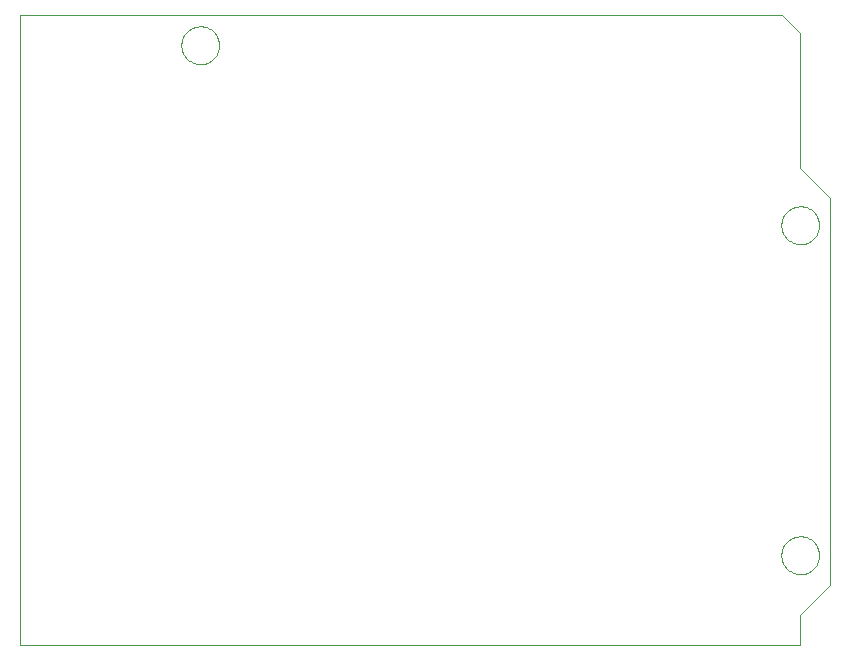
<source format=gbp>
G75*
G70*
%OFA0B0*%
%FSLAX24Y24*%
%IPPOS*%
%LPD*%
%AMOC8*
5,1,8,0,0,1.08239X$1,22.5*
%
%ADD10C,0.0000*%
D10*
X002631Y000101D02*
X002631Y021101D01*
X028031Y021101D01*
X028631Y020501D01*
X028631Y016001D01*
X029631Y015001D01*
X029631Y002101D01*
X028631Y001101D01*
X028631Y000101D01*
X002631Y000101D01*
X028001Y003101D02*
X028003Y003151D01*
X028009Y003201D01*
X028019Y003250D01*
X028033Y003298D01*
X028050Y003345D01*
X028071Y003390D01*
X028096Y003434D01*
X028124Y003475D01*
X028156Y003514D01*
X028190Y003551D01*
X028227Y003585D01*
X028267Y003615D01*
X028309Y003642D01*
X028353Y003666D01*
X028399Y003687D01*
X028446Y003703D01*
X028494Y003716D01*
X028544Y003725D01*
X028593Y003730D01*
X028644Y003731D01*
X028694Y003728D01*
X028743Y003721D01*
X028792Y003710D01*
X028840Y003695D01*
X028886Y003677D01*
X028931Y003655D01*
X028974Y003629D01*
X029015Y003600D01*
X029054Y003568D01*
X029090Y003533D01*
X029122Y003495D01*
X029152Y003455D01*
X029179Y003412D01*
X029202Y003368D01*
X029221Y003322D01*
X029237Y003274D01*
X029249Y003225D01*
X029257Y003176D01*
X029261Y003126D01*
X029261Y003076D01*
X029257Y003026D01*
X029249Y002977D01*
X029237Y002928D01*
X029221Y002880D01*
X029202Y002834D01*
X029179Y002790D01*
X029152Y002747D01*
X029122Y002707D01*
X029090Y002669D01*
X029054Y002634D01*
X029015Y002602D01*
X028974Y002573D01*
X028931Y002547D01*
X028886Y002525D01*
X028840Y002507D01*
X028792Y002492D01*
X028743Y002481D01*
X028694Y002474D01*
X028644Y002471D01*
X028593Y002472D01*
X028544Y002477D01*
X028494Y002486D01*
X028446Y002499D01*
X028399Y002515D01*
X028353Y002536D01*
X028309Y002560D01*
X028267Y002587D01*
X028227Y002617D01*
X028190Y002651D01*
X028156Y002688D01*
X028124Y002727D01*
X028096Y002768D01*
X028071Y002812D01*
X028050Y002857D01*
X028033Y002904D01*
X028019Y002952D01*
X028009Y003001D01*
X028003Y003051D01*
X028001Y003101D01*
X028001Y014101D02*
X028003Y014151D01*
X028009Y014201D01*
X028019Y014250D01*
X028033Y014298D01*
X028050Y014345D01*
X028071Y014390D01*
X028096Y014434D01*
X028124Y014475D01*
X028156Y014514D01*
X028190Y014551D01*
X028227Y014585D01*
X028267Y014615D01*
X028309Y014642D01*
X028353Y014666D01*
X028399Y014687D01*
X028446Y014703D01*
X028494Y014716D01*
X028544Y014725D01*
X028593Y014730D01*
X028644Y014731D01*
X028694Y014728D01*
X028743Y014721D01*
X028792Y014710D01*
X028840Y014695D01*
X028886Y014677D01*
X028931Y014655D01*
X028974Y014629D01*
X029015Y014600D01*
X029054Y014568D01*
X029090Y014533D01*
X029122Y014495D01*
X029152Y014455D01*
X029179Y014412D01*
X029202Y014368D01*
X029221Y014322D01*
X029237Y014274D01*
X029249Y014225D01*
X029257Y014176D01*
X029261Y014126D01*
X029261Y014076D01*
X029257Y014026D01*
X029249Y013977D01*
X029237Y013928D01*
X029221Y013880D01*
X029202Y013834D01*
X029179Y013790D01*
X029152Y013747D01*
X029122Y013707D01*
X029090Y013669D01*
X029054Y013634D01*
X029015Y013602D01*
X028974Y013573D01*
X028931Y013547D01*
X028886Y013525D01*
X028840Y013507D01*
X028792Y013492D01*
X028743Y013481D01*
X028694Y013474D01*
X028644Y013471D01*
X028593Y013472D01*
X028544Y013477D01*
X028494Y013486D01*
X028446Y013499D01*
X028399Y013515D01*
X028353Y013536D01*
X028309Y013560D01*
X028267Y013587D01*
X028227Y013617D01*
X028190Y013651D01*
X028156Y013688D01*
X028124Y013727D01*
X028096Y013768D01*
X028071Y013812D01*
X028050Y013857D01*
X028033Y013904D01*
X028019Y013952D01*
X028009Y014001D01*
X028003Y014051D01*
X028001Y014101D01*
X008001Y020101D02*
X008003Y020151D01*
X008009Y020201D01*
X008019Y020250D01*
X008033Y020298D01*
X008050Y020345D01*
X008071Y020390D01*
X008096Y020434D01*
X008124Y020475D01*
X008156Y020514D01*
X008190Y020551D01*
X008227Y020585D01*
X008267Y020615D01*
X008309Y020642D01*
X008353Y020666D01*
X008399Y020687D01*
X008446Y020703D01*
X008494Y020716D01*
X008544Y020725D01*
X008593Y020730D01*
X008644Y020731D01*
X008694Y020728D01*
X008743Y020721D01*
X008792Y020710D01*
X008840Y020695D01*
X008886Y020677D01*
X008931Y020655D01*
X008974Y020629D01*
X009015Y020600D01*
X009054Y020568D01*
X009090Y020533D01*
X009122Y020495D01*
X009152Y020455D01*
X009179Y020412D01*
X009202Y020368D01*
X009221Y020322D01*
X009237Y020274D01*
X009249Y020225D01*
X009257Y020176D01*
X009261Y020126D01*
X009261Y020076D01*
X009257Y020026D01*
X009249Y019977D01*
X009237Y019928D01*
X009221Y019880D01*
X009202Y019834D01*
X009179Y019790D01*
X009152Y019747D01*
X009122Y019707D01*
X009090Y019669D01*
X009054Y019634D01*
X009015Y019602D01*
X008974Y019573D01*
X008931Y019547D01*
X008886Y019525D01*
X008840Y019507D01*
X008792Y019492D01*
X008743Y019481D01*
X008694Y019474D01*
X008644Y019471D01*
X008593Y019472D01*
X008544Y019477D01*
X008494Y019486D01*
X008446Y019499D01*
X008399Y019515D01*
X008353Y019536D01*
X008309Y019560D01*
X008267Y019587D01*
X008227Y019617D01*
X008190Y019651D01*
X008156Y019688D01*
X008124Y019727D01*
X008096Y019768D01*
X008071Y019812D01*
X008050Y019857D01*
X008033Y019904D01*
X008019Y019952D01*
X008009Y020001D01*
X008003Y020051D01*
X008001Y020101D01*
M02*

</source>
